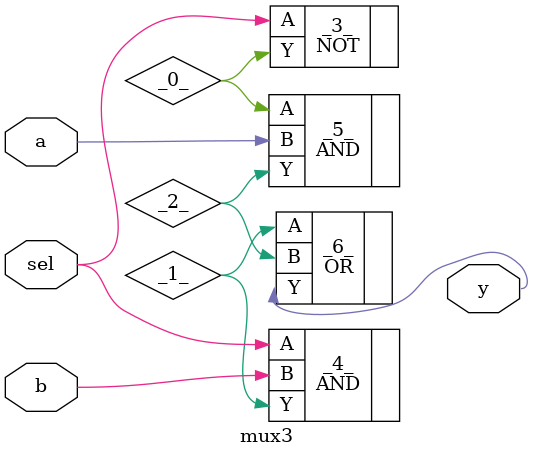
<source format=v>
/* Generated by Yosys 0.41+83 (git sha1 7045cf509, x86_64-w64-mingw32-g++ 13.2.1 -Os) */

/* cells_not_processed =  1  */
/* src = "mux3.v:2.1-9.10" */
module mux3(a, b, sel, y);
  wire _0_;
  wire _1_;
  wire _2_;
  /* src = "mux3.v:2.20-2.21" */
  input a;
  wire a;
  /* src = "mux3.v:2.23-2.24" */
  input b;
  wire b;
  /* src = "mux3.v:2.26-2.29" */
  input sel;
  wire sel;
  /* src = "mux3.v:3.28-3.29" */
  output y;
  wire y;
  NOT _3_ (
    .A(sel),
    .Y(_0_)
  );
  AND _4_ (
    .A(sel),
    .B(b),
    .Y(_1_)
  );
  AND _5_ (
    .A(_0_),
    .B(a),
    .Y(_2_)
  );
  OR _6_ (
    .A(_1_),
    .B(_2_),
    .Y(y)
  );
endmodule

</source>
